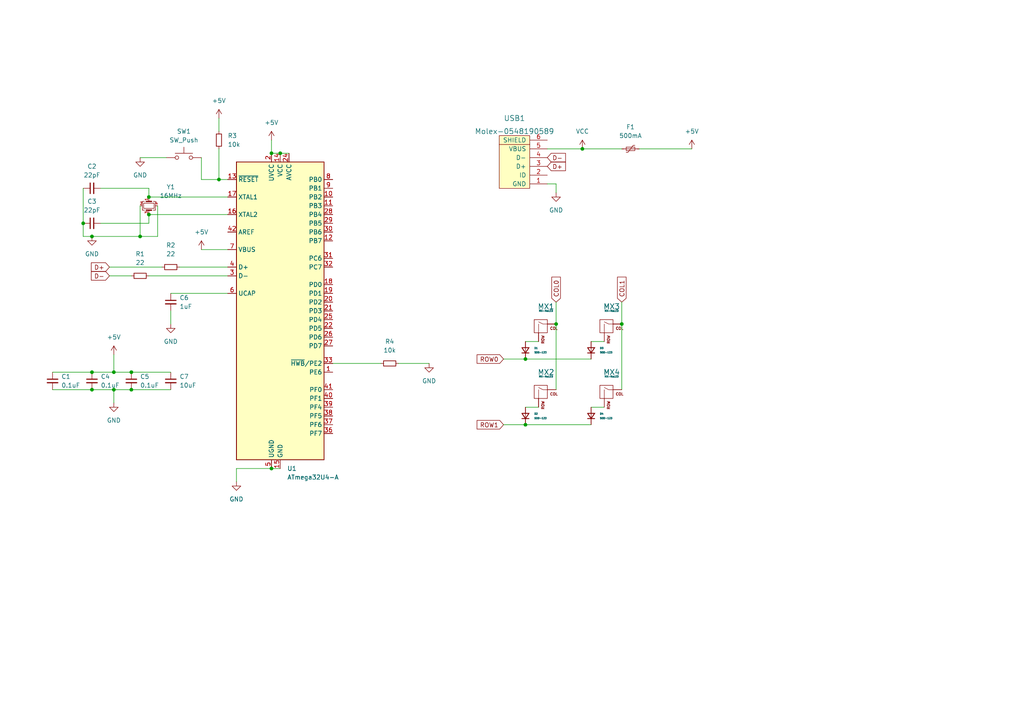
<source format=kicad_sch>
(kicad_sch (version 20211123) (generator eeschema)
  (paper "A4")
  (lib_symbols
    (symbol "Device:C_Small" (pin_numbers hide) (pin_names (offset 0.254) hide)
      (property "Reference" "C" (at 0.254 1.778 0))
      (property "Value" "C_Small" (at 0.254 -2.032 0))
      (symbol "C_Small_0_1"
        (polyline (pts (xy -1.524 -0.508) (xy 1.524 -0.508)) (stroke (width 0.3302)))
        (polyline (pts (xy -1.524 0.508) (xy 1.524 0.508)) (stroke (width 0.3048)))
      )
      (symbol "C_Small_1_1"
        (pin passive line (at 0 2.54 270) (length 2.032) (name "~") (number "1"))
        (pin passive line (at 0 -2.54 90) (length 2.032) (name "~") (number "2"))
      )
    )
    (symbol "Device:Crystal_GND24_Small" (pin_names (offset 1.016) hide)
      (property "Reference" "Y" (at 1.27 4.445 0))
      (property "Value" "Crystal_GND24_Small" (at 1.27 2.54 0))
      (symbol "Crystal_GND24_Small_0_1"
        (rectangle (start -0.762 -1.524) (end 0.762 1.524))
        (polyline (pts (xy -1.27 -0.762) (xy -1.27 0.762)) (stroke (width 0.381)))
        (polyline (pts (xy 1.27 -0.762) (xy 1.27 0.762)) (stroke (width 0.381)))
        (polyline (pts (xy -1.27 -1.27) (xy -1.27 -1.905) (xy 1.27 -1.905) (xy 1.27 -1.27)))
        (polyline (pts (xy -1.27 1.27) (xy -1.27 1.905) (xy 1.27 1.905) (xy 1.27 1.27)))
      )
      (symbol "Crystal_GND24_Small_1_1"
        (pin passive line (at -2.54 0 0) (length 1.27) (name "1") (number "1"))
        (pin passive line (at 0 -2.54 90) (length 0.635) (name "2") (number "2"))
        (pin passive line (at 2.54 0 180) (length 1.27) (name "3") (number "3"))
        (pin passive line (at 0 2.54 270) (length 0.635) (name "4") (number "4"))
      )
    )
    (symbol "Device:D_Small" (pin_numbers hide) (pin_names (offset 0.254) hide)
      (property "Reference" "D" (at -1.27 2.032 0))
      (property "Value" "D_Small" (at -3.81 -2.032 0))
      (symbol "D_Small_0_1"
        (polyline (pts (xy -0.762 -1.016) (xy -0.762 1.016)) (stroke (width 0.254)))
        (polyline (pts (xy -0.762 0) (xy 0.762 0)))
        (polyline (pts (xy 0.762 -1.016) (xy -0.762 0) (xy 0.762 1.016) (xy 0.762 -1.016)) (stroke (width 0.254)))
      )
      (symbol "D_Small_1_1"
        (pin passive line (at -2.54 0 0) (length 1.778) (name "K") (number "1"))
        (pin passive line (at 2.54 0 180) (length 1.778) (name "A") (number "2"))
      )
    )
    (symbol "Device:Polyfuse_Small" (pin_numbers hide) (pin_names (offset 0))
      (property "Reference" "F" (at -1.905 0 90))
      (property "Value" "Polyfuse_Small" (at 1.905 0 90))
      (symbol "Polyfuse_Small_0_1"
        (rectangle (start -0.508 1.27) (end 0.508 -1.27))
        (polyline (pts (xy 0 2.54) (xy 0 -2.54)))
        (polyline (pts (xy -1.016 1.27) (xy -1.016 0.762) (xy 1.016 -0.762) (xy 1.016 -1.27)))
      )
      (symbol "Polyfuse_Small_1_1"
        (pin passive line (at 0 2.54 270) (length 0.635) (name "~") (number "1"))
        (pin passive line (at 0 -2.54 90) (length 0.635) (name "~") (number "2"))
      )
    )
    (symbol "Device:R_Small" (pin_numbers hide) (pin_names (offset 0.254) hide)
      (property "Reference" "R" (at 0.762 0.508 0))
      (property "Value" "R_Small" (at 0.762 -1.016 0))
      (symbol "R_Small_0_1"
        (rectangle (start -0.762 1.778) (end 0.762 -1.778) (stroke (width 0.2032)))
      )
      (symbol "R_Small_1_1"
        (pin passive line (at 0 2.54 270) (length 0.762) (name "~") (number "1"))
        (pin passive line (at 0 -2.54 90) (length 0.762) (name "~") (number "2"))
      )
    )
    (symbol "MCU_Microchip_ATmega:ATmega32U4-A"
      (property "Reference" "U" (at -12.7 44.45 0))
      (property "Value" "ATmega32U4-A" (at 2.54 -44.45 0))
      (symbol "ATmega32U4-A_0_1"
        (rectangle (start -12.7 -43.18) (end 12.7 43.18) (stroke (width 0.254)) (fill (type background)))
      )
      (symbol "ATmega32U4-A_1_1"
        (pin bidirectional line (at 15.24 -17.78 180) (length 2.54) (name "PE6") (number "1"))
        (pin bidirectional line (at 15.24 33.02 180) (length 2.54) (name "PB2") (number "10"))
        (pin bidirectional line (at 15.24 30.48 180) (length 2.54) (name "PB3") (number "11"))
        (pin bidirectional line (at 15.24 20.32 180) (length 2.54) (name "PB7") (number "12"))
        (pin input line (at -15.24 38.1 0) (length 2.54) (name "~{RESET}") (number "13"))
        (pin power_in line (at 0 45.72 270) (length 2.54) (name "VCC") (number "14"))
        (pin power_in line (at 0 -45.72 90) (length 2.54) (name "GND") (number "15"))
        (pin output line (at -15.24 27.94 0) (length 2.54) (name "XTAL2") (number "16"))
        (pin input line (at -15.24 33.02 0) (length 2.54) (name "XTAL1") (number "17"))
        (pin bidirectional line (at 15.24 7.62 180) (length 2.54) (name "PD0") (number "18"))
        (pin bidirectional line (at 15.24 5.08 180) (length 2.54) (name "PD1") (number "19"))
        (pin power_in line (at -2.54 45.72 270) (length 2.54) (name "UVCC") (number "2"))
        (pin bidirectional line (at 15.24 2.54 180) (length 2.54) (name "PD2") (number "20"))
        (pin bidirectional line (at 15.24 0 180) (length 2.54) (name "PD3") (number "21"))
        (pin bidirectional line (at 15.24 -5.08 180) (length 2.54) (name "PD5") (number "22"))
        (pin passive line (at 0 -45.72 90) (length 2.54) hide (name "GND") (number "23"))
        (pin power_in line (at 2.54 45.72 270) (length 2.54) (name "AVCC") (number "24"))
        (pin bidirectional line (at 15.24 -2.54 180) (length 2.54) (name "PD4") (number "25"))
        (pin bidirectional line (at 15.24 -7.62 180) (length 2.54) (name "PD6") (number "26"))
        (pin bidirectional line (at 15.24 -10.16 180) (length 2.54) (name "PD7") (number "27"))
        (pin bidirectional line (at 15.24 27.94 180) (length 2.54) (name "PB4") (number "28"))
        (pin bidirectional line (at 15.24 25.4 180) (length 2.54) (name "PB5") (number "29"))
        (pin bidirectional line (at -15.24 10.16 0) (length 2.54) (name "D-") (number "3"))
        (pin bidirectional line (at 15.24 22.86 180) (length 2.54) (name "PB6") (number "30"))
        (pin bidirectional line (at 15.24 15.24 180) (length 2.54) (name "PC6") (number "31"))
        (pin bidirectional line (at 15.24 12.7 180) (length 2.54) (name "PC7") (number "32"))
        (pin bidirectional line (at 15.24 -15.24 180) (length 2.54) (name "~{HWB}/PE2") (number "33"))
        (pin passive line (at 0 45.72 270) (length 2.54) hide (name "VCC") (number "34"))
        (pin passive line (at 0 -45.72 90) (length 2.54) hide (name "GND") (number "35"))
        (pin bidirectional line (at 15.24 -35.56 180) (length 2.54) (name "PF7") (number "36"))
        (pin bidirectional line (at 15.24 -33.02 180) (length 2.54) (name "PF6") (number "37"))
        (pin bidirectional line (at 15.24 -30.48 180) (length 2.54) (name "PF5") (number "38"))
        (pin bidirectional line (at 15.24 -27.94 180) (length 2.54) (name "PF4") (number "39"))
        (pin bidirectional line (at -15.24 12.7 0) (length 2.54) (name "D+") (number "4"))
        (pin bidirectional line (at 15.24 -25.4 180) (length 2.54) (name "PF1") (number "40"))
        (pin bidirectional line (at 15.24 -22.86 180) (length 2.54) (name "PF0") (number "41"))
        (pin passive line (at -15.24 22.86 0) (length 2.54) (name "AREF") (number "42"))
        (pin passive line (at 0 -45.72 90) (length 2.54) hide (name "GND") (number "43"))
        (pin passive line (at 2.54 45.72 270) (length 2.54) hide (name "AVCC") (number "44"))
        (pin passive line (at -2.54 -45.72 90) (length 2.54) (name "UGND") (number "5"))
        (pin passive line (at -15.24 5.08 0) (length 2.54) (name "UCAP") (number "6"))
        (pin input line (at -15.24 17.78 0) (length 2.54) (name "VBUS") (number "7"))
        (pin bidirectional line (at 15.24 38.1 180) (length 2.54) (name "PB0") (number "8"))
        (pin bidirectional line (at 15.24 35.56 180) (length 2.54) (name "PB1") (number "9"))
      )
    )
    (symbol "MX_Alps_Hybrid:MX-NoLED" (pin_names (offset 1.016))
      (property "Reference" "MX" (at -0.635 3.81 0))
      (property "Value" "MX-NoLED" (at -0.635 1.27 0))
      (symbol "MX-NoLED_0_0"
        (rectangle (start -2.54 2.54) (end 1.27 -1.27))
        (polyline (pts (xy -1.27 -1.27) (xy -1.27 1.27)) (stroke (width 0.127)))
        (polyline (pts (xy 1.27 1.27) (xy 0 1.27) (xy -1.27 1.905)) (stroke (width 0.127)))
        (text "COL" (at 3.175 0 0) (effects (font (size 0.762 0.762))))
        (text "ROW" (at 0 -1.905 900) (effects (font (size 0.762 0.762)) (justify right)))
      )
      (symbol "MX-NoLED_1_1"
        (pin passive line (at 3.81 1.27 180) (length 2.54) (name "COL") (number "1"))
        (pin passive line (at -1.27 -3.81 90) (length 2.54) (name "ROW") (number "2"))
      )
    )
    (symbol "Switch:SW_Push" (pin_numbers hide) (pin_names (offset 1.016) hide)
      (property "Reference" "SW" (at 1.27 2.54 0))
      (property "Value" "SW_Push" (at 0 -1.524 0))
      (symbol "SW_Push_0_1"
        (circle (center -2.032 0) (radius 0.508))
        (polyline (pts (xy 0 1.27) (xy 0 3.048)))
        (polyline (pts (xy 2.54 1.27) (xy -2.54 1.27)))
        (circle (center 2.032 0) (radius 0.508))
        (pin passive line (at -5.08 0 0) (length 2.54) (name "1") (number "1"))
        (pin passive line (at 5.08 0 180) (length 2.54) (name "2") (number "2"))
      )
    )
    (symbol "power:+5V" (power) (pin_names (offset 0))
      (property "Value" "+5V" (at 0 3.556 0))
      (symbol "+5V_0_1"
        (polyline (pts (xy -0.762 1.27) (xy 0 2.54)))
        (polyline (pts (xy 0 0) (xy 0 2.54)))
        (polyline (pts (xy 0 2.54) (xy 0.762 1.27)))
      )
      (symbol "+5V_1_1"
        (pin power_in line (at 0 0 90) (length 0) hide (name "+5V") (number "1"))
      )
    )
    (symbol "power:GND" (power) (pin_names (offset 0))
      (property "Value" "GND" (at 0 -3.81 0))
      (symbol "GND_0_1"
        (polyline (pts (xy 0 0) (xy 0 -1.27) (xy 1.27 -1.27) (xy 0 -2.54) (xy -1.27 -1.27) (xy 0 -1.27)))
      )
      (symbol "GND_1_1"
        (pin power_in line (at 0 0 270) (length 0) hide (name "GND") (number "1"))
      )
    )
    (symbol "power:VCC" (power) (pin_names (offset 0))
      (property "Value" "VCC" (at 0 3.81 0))
      (symbol "VCC_0_1"
        (polyline (pts (xy -0.762 1.27) (xy 0 2.54)))
        (polyline (pts (xy 0 0) (xy 0 2.54)))
        (polyline (pts (xy 0 2.54) (xy 0.762 1.27)))
      )
      (symbol "VCC_1_1"
        (pin power_in line (at 0 0 90) (length 0) hide (name "VCC") (number "1"))
      )
    )
    (symbol "random-keyboard-parts:Molex-0548190589" (pin_names (offset 1.016))
      (property "Reference" "USB" (at 0 7.62 0))
      (property "Value" "Molex-0548190589" (at 0 10.16 0))
      (symbol "Molex-0548190589_0_0"
        (polyline (pts (xy 6.35 -2.54) (xy 6.35 6.35)))
        (rectangle (start 8.89 -2.54) (end -6.35 6.35) (fill (type background)))
      )
      (symbol "Molex-0548190589_1_1"
        (pin input line (at -5.08 -7.62 90) (length 5.08) (name "GND") (number "1"))
        (pin input line (at -2.54 -7.62 90) (length 5.08) (name "ID") (number "2"))
        (pin input line (at 0 -7.62 90) (length 5.08) (name "D+") (number "3"))
        (pin input line (at 2.54 -7.62 90) (length 5.08) (name "D-") (number "4"))
        (pin input line (at 5.08 -7.62 90) (length 5.08) (name "VBUS") (number "5"))
        (pin input line (at 7.62 -7.62 90) (length 5.08) (name "SHIELD") (number "6"))
      )
    )
  )
  (junction (at 180.34 93.98))
  (junction (at 43.18 62.23))
  (junction (at 33.02 107.95))
  (junction (at 161.29 93.98))
  (junction (at 63.5 52.07))
  (junction (at 26.67 113.03))
  (junction (at 38.1 113.03))
  (junction (at 152.4 123.19))
  (junction (at 24.13 64.77))
  (junction (at 81.28 44.45))
  (junction (at 43.18 57.15))
  (junction (at 40.64 68.58))
  (junction (at 26.67 107.95))
  (junction (at 152.4 104.14))
  (junction (at 33.02 113.03))
  (junction (at 26.67 68.58))
  (junction (at 78.74 44.45))
  (junction (at 78.74 135.89))
  (junction (at 168.91 43.18))
  (junction (at 38.1 107.95))
  (wire (pts (xy 29.21 54.61) (xy 43.18 54.61)))
  (wire (pts (xy 68.58 135.89) (xy 68.58 139.7)))
  (wire (pts (xy 24.13 64.77) (xy 24.13 68.58)))
  (wire (pts (xy 40.64 68.58) (xy 45.72 68.58)))
  (wire (pts (xy 180.34 87.63) (xy 180.34 93.98)))
  (wire (pts (xy 26.67 113.03) (xy 33.02 113.03)))
  (wire (pts (xy 15.24 113.03) (xy 26.67 113.03)))
  (wire (pts (xy 24.13 54.61) (xy 24.13 64.77)))
  (wire (pts (xy 115.57 105.41) (xy 124.46 105.41)))
  (wire (pts (xy 152.4 104.14) (xy 171.45 104.14)))
  (wire (pts (xy 83.82 44.45) (xy 81.28 44.45)))
  (wire (pts (xy 78.74 135.89) (xy 68.58 135.89)))
  (wire (pts (xy 81.28 135.89) (xy 78.74 135.89)))
  (wire (pts (xy 81.28 44.45) (xy 78.74 44.45)))
  (wire (pts (xy 66.04 52.07) (xy 63.5 52.07)))
  (wire (pts (xy 33.02 107.95) (xy 38.1 107.95)))
  (wire (pts (xy 24.13 68.58) (xy 26.67 68.58)))
  (wire (pts (xy 185.42 43.18) (xy 200.66 43.18)))
  (wire (pts (xy 40.64 45.72) (xy 48.26 45.72)))
  (wire (pts (xy 43.18 64.77) (xy 43.18 62.23)))
  (wire (pts (xy 158.75 43.18) (xy 168.91 43.18)))
  (wire (pts (xy 171.45 118.11) (xy 175.26 118.11)))
  (wire (pts (xy 96.52 105.41) (xy 110.49 105.41)))
  (wire (pts (xy 52.07 77.47) (xy 66.04 77.47)))
  (wire (pts (xy 161.29 93.98) (xy 161.29 113.03)))
  (wire (pts (xy 152.4 99.06) (xy 156.21 99.06)))
  (wire (pts (xy 49.53 113.03) (xy 38.1 113.03)))
  (wire (pts (xy 63.5 52.07) (xy 58.42 52.07)))
  (wire (pts (xy 33.02 107.95) (xy 33.02 102.87)))
  (wire (pts (xy 31.75 80.01) (xy 38.1 80.01)))
  (wire (pts (xy 43.18 57.15) (xy 66.04 57.15)))
  (wire (pts (xy 171.45 99.06) (xy 175.26 99.06)))
  (wire (pts (xy 26.67 68.58) (xy 40.64 68.58)))
  (wire (pts (xy 146.05 123.19) (xy 152.4 123.19)))
  (wire (pts (xy 180.34 93.98) (xy 180.34 113.03)))
  (wire (pts (xy 158.75 53.34) (xy 161.29 53.34)))
  (wire (pts (xy 161.29 53.34) (xy 161.29 55.88)))
  (wire (pts (xy 152.4 118.11) (xy 156.21 118.11)))
  (wire (pts (xy 45.72 59.69) (xy 45.72 68.58)))
  (wire (pts (xy 49.53 90.17) (xy 49.53 93.98)))
  (wire (pts (xy 43.18 62.23) (xy 66.04 62.23)))
  (wire (pts (xy 33.02 113.03) (xy 33.02 116.84)))
  (wire (pts (xy 146.05 104.14) (xy 152.4 104.14)))
  (wire (pts (xy 26.67 107.95) (xy 33.02 107.95)))
  (wire (pts (xy 29.21 64.77) (xy 43.18 64.77)))
  (wire (pts (xy 58.42 52.07) (xy 58.42 45.72)))
  (wire (pts (xy 15.24 107.95) (xy 26.67 107.95)))
  (wire (pts (xy 63.5 34.29) (xy 63.5 38.1)))
  (wire (pts (xy 43.18 80.01) (xy 66.04 80.01)))
  (wire (pts (xy 161.29 87.63) (xy 161.29 93.98)))
  (wire (pts (xy 58.42 72.39) (xy 66.04 72.39)))
  (wire (pts (xy 40.64 59.69) (xy 40.64 68.58)))
  (wire (pts (xy 43.18 54.61) (xy 43.18 57.15)))
  (wire (pts (xy 31.75 77.47) (xy 46.99 77.47)))
  (wire (pts (xy 168.91 43.18) (xy 180.34 43.18)))
  (wire (pts (xy 78.74 44.45) (xy 78.74 40.64)))
  (wire (pts (xy 66.04 85.09) (xy 49.53 85.09)))
  (wire (pts (xy 63.5 43.18) (xy 63.5 52.07)))
  (wire (pts (xy 38.1 113.03) (xy 33.02 113.03)))
  (wire (pts (xy 152.4 123.19) (xy 171.45 123.19)))
  (wire (pts (xy 49.53 107.95) (xy 38.1 107.95)))
  (global_label "ROW1" (shape input) (at 146.05 123.19 180) (property "Intersheet References" "${INTERSHEET_REFS}" (effects hide)))
  (global_label "D+" (shape input) (at 31.75 77.47 180) (property "Intersheet References" "${INTERSHEET_REFS}" (effects hide)))
  (global_label "COL0" (shape input) (at 161.29 87.63 90) (property "Intersheet References" "${INTERSHEET_REFS}" (effects hide)))
  (global_label "ROW0" (shape input) (at 146.05 104.14 180) (property "Intersheet References" "${INTERSHEET_REFS}" (effects hide)))
  (global_label "D-" (shape input) (at 158.75 45.72 0) (property "Intersheet References" "${INTERSHEET_REFS}" (effects hide)))
  (global_label "COL1" (shape input) (at 180.34 87.63 90) (property "Intersheet References" "${INTERSHEET_REFS}" (effects hide)))
  (global_label "D-" (shape input) (at 31.75 80.01 180) (property "Intersheet References" "${INTERSHEET_REFS}" (effects hide)))
  (global_label "D+" (shape input) (at 158.75 48.26 0) (property "Intersheet References" "${INTERSHEET_REFS}" (effects hide)))
  (symbol (lib_id "power:+5V") (at 58.42 72.39 0) (unit 1)
    (property "Reference" "#PWR0108" (effects hide))
    (property "Value" "+5V" (at 58.42 67.31 0))
  )
  (symbol (lib_id "Device:D_Small") (at 152.4 101.6 90) (unit 1)
    (property "Reference" "D1" (at 154.94 100.965 90) (effects (font (size 0.5 0.5)) (justify right)))
    (property "Value" "SOD-123" (at 154.94 102.235 90) (effects (font (size 0.5 0.5)) (justify right)))
    (property "Footprint" "Diode_SMD:D_SOD-123" (effects hide))
  )
  (symbol (lib_id "power:+5V") (at 78.74 40.64 0) (unit 1)
    (property "Reference" "#PWR0109" (effects hide))
    (property "Value" "+5V" (at 78.74 35.56 0))
  )
  (symbol (lib_id "random-keyboard-parts:Molex-0548190589") (at 151.13 48.26 90) (unit 1)
    (property "Reference" "USB1" (at 149.225 34.29 90) (effects (font (size 1.524 1.524))))
    (property "Value" "Molex-0548190589" (at 149.225 38.1 90) (effects (font (size 1.524 1.524))))
    (property "Footprint" "random-keyboard-parts:Molex-0548190589" (effects hide))
  )
  (symbol (lib_id "MX_Alps_Hybrid:MX-NoLED") (at 176.53 114.3 0) (unit 1)
    (property "Reference" "MX4" (at 177.4156 107.95 0) (effects (font (size 1.524 1.524))))
    (property "Value" "MX-NoLED" (at 177.4156 109.22 0) (effects (font (size 0.508 0.508))))
    (property "Footprint" "MX_Alps_Hybrid:MX-1U-NoLED" (effects hide))
  )
  (symbol (lib_id "Device:R_Small") (at 40.64 80.01 90) (unit 1)
    (property "Reference" "R1" (at 40.64 73.66 90))
    (property "Value" "22" (at 40.64 76.2 90))
    (property "Footprint" "Resistor_SMD:R_0805_2012Metric" (effects hide))
  )
  (symbol (lib_id "Device:R_Small") (at 63.5 40.64 0) (unit 1)
    (property "Reference" "R3" (at 66.04 39.3699 0) (effects (justify left)))
    (property "Value" "10k" (at 66.04 41.9099 0) (effects (justify left)))
    (property "Footprint" "Resistor_SMD:R_0805_2012Metric" (effects hide))
  )
  (symbol (lib_id "power:GND") (at 161.29 55.88 0) (unit 1)
    (property "Reference" "#PWR0111" (effects hide))
    (property "Value" "GND" (at 161.29 60.96 0))
  )
  (symbol (lib_id "Device:R_Small") (at 113.03 105.41 90) (unit 1)
    (property "Reference" "R4" (at 113.03 99.06 90))
    (property "Value" "10k" (at 113.03 101.6 90))
    (property "Footprint" "Resistor_SMD:R_0805_2012Metric" (effects hide))
  )
  (symbol (lib_id "power:+5V") (at 33.02 102.87 0) (unit 1)
    (property "Reference" "#PWR0103" (effects hide))
    (property "Value" "+5V" (at 33.02 97.79 0))
  )
  (symbol (lib_id "power:GND") (at 68.58 139.7 0) (unit 1)
    (property "Reference" "#PWR0105" (effects hide))
    (property "Value" "GND" (at 68.58 144.78 0))
  )
  (symbol (lib_id "power:+5V") (at 200.66 43.18 0) (unit 1)
    (property "Reference" "#PWR0113" (effects hide))
    (property "Value" "+5V" (at 200.66 38.1 0))
  )
  (symbol (lib_id "power:VCC") (at 168.91 43.18 0) (unit 1)
    (property "Reference" "#PWR0112" (effects hide))
    (property "Value" "VCC" (at 168.91 38.1 0))
  )
  (symbol (lib_id "Switch:SW_Push") (at 53.34 45.72 0) (unit 1)
    (property "Reference" "SW1" (at 53.34 38.1 0))
    (property "Value" "SW_Push" (at 53.34 40.64 0))
    (property "Footprint" "random-keyboard-parts:SKQG-1155865" (effects hide))
  )
  (symbol (lib_id "Device:D_Small") (at 171.45 120.65 90) (unit 1)
    (property "Reference" "D4" (at 173.99 120.015 90) (effects (font (size 0.5 0.5)) (justify right)))
    (property "Value" "SOD-123" (at 173.99 121.285 90) (effects (font (size 0.5 0.5)) (justify right)))
    (property "Footprint" "Diode_SMD:D_SOD-123" (effects hide))
  )
  (symbol (lib_id "Device:C_Small") (at 49.53 87.63 0) (unit 1)
    (property "Reference" "C6" (at 52.07 86.3662 0) (effects (justify left)))
    (property "Value" "1uF" (at 52.07 88.9062 0) (effects (justify left)))
    (property "Footprint" "Capacitor_SMD:C_0805_2012Metric" (effects hide))
  )
  (symbol (lib_id "power:GND") (at 49.53 93.98 0) (unit 1)
    (property "Reference" "#PWR0106" (effects hide))
    (property "Value" "GND" (at 49.53 99.06 0))
  )
  (symbol (lib_id "Device:C_Small") (at 15.24 110.49 0) (unit 1)
    (property "Reference" "C1" (at 17.78 109.2262 0) (effects (justify left)))
    (property "Value" "0.1uF" (at 17.78 111.7662 0) (effects (justify left)))
    (property "Footprint" "Capacitor_SMD:C_0805_2012Metric" (effects hide))
  )
  (symbol (lib_id "Device:C_Small") (at 38.1 110.49 0) (unit 1)
    (property "Reference" "C5" (at 40.64 109.2262 0) (effects (justify left)))
    (property "Value" "0.1uF" (at 40.64 111.7662 0) (effects (justify left)))
    (property "Footprint" "Capacitor_SMD:C_0805_2012Metric" (effects hide))
  )
  (symbol (lib_id "MX_Alps_Hybrid:MX-NoLED") (at 157.48 95.25 0) (unit 1)
    (property "Reference" "MX1" (at 158.3656 88.9 0) (effects (font (size 1.524 1.524))))
    (property "Value" "MX-NoLED" (at 158.3656 90.17 0) (effects (font (size 0.508 0.508))))
    (property "Footprint" "MX_Alps_Hybrid:MX-1U-NoLED" (effects hide))
  )
  (symbol (lib_id "power:+5V") (at 63.5 34.29 0) (unit 1)
    (property "Reference" "#PWR0110" (effects hide))
    (property "Value" "+5V" (at 63.5 29.21 0))
  )
  (symbol (lib_id "MCU_Microchip_ATmega:ATmega32U4-A") (at 81.28 90.17 0) (unit 1)
    (property "Reference" "U1" (at 83.2994 135.89 0) (effects (justify left)))
    (property "Value" "ATmega32U4-A" (at 83.2994 138.43 0) (effects (justify left)))
    (property "Footprint" "Package_QFP:TQFP-44_10x10mm_P0.8mm" (effects hide))
    (property "Datasheet" "http://ww1.microchip.com/downloads/en/DeviceDoc/Atmel-7766-8-bit-AVR-ATmega16U4-32U4_Datasheet.pdf" (effects hide))
  )
  (symbol (lib_id "Device:C_Small") (at 49.53 110.49 0) (unit 1)
    (property "Reference" "C7" (at 52.07 109.2262 0) (effects (justify left)))
    (property "Value" "10uF" (at 52.07 111.7662 0) (effects (justify left)))
    (property "Footprint" "Capacitor_SMD:C_0805_2012Metric" (effects hide))
  )
  (symbol (lib_id "power:GND") (at 124.46 105.41 0) (unit 1)
    (property "Reference" "#PWR0107" (effects hide))
    (property "Value" "GND" (at 124.46 110.49 0))
  )
  (symbol (lib_id "power:GND") (at 40.64 45.72 0) (unit 1)
    (property "Reference" "#PWR0101" (effects hide))
    (property "Value" "GND" (at 40.64 50.8 0))
  )
  (symbol (lib_id "Device:Polyfuse_Small") (at 182.88 43.18 90) (unit 1)
    (property "Reference" "F1" (at 182.88 36.83 90))
    (property "Value" "500mA" (at 182.88 39.37 90))
    (property "Footprint" "Fuse:Fuse_1206_3216Metric" (effects hide))
  )
  (symbol (lib_id "Device:C_Small") (at 26.67 110.49 0) (unit 1)
    (property "Reference" "C4" (at 29.21 109.2262 0) (effects (justify left)))
    (property "Value" "0.1uF" (at 29.21 111.7662 0) (effects (justify left)))
    (property "Footprint" "Capacitor_SMD:C_0805_2012Metric" (effects hide))
  )
  (symbol (lib_id "power:GND") (at 26.67 68.58 0) (unit 1)
    (property "Reference" "#PWR0102" (effects hide))
    (property "Value" "GND" (at 26.67 73.66 0))
  )
  (symbol (lib_id "Device:R_Small") (at 49.53 77.47 90) (unit 1)
    (property "Reference" "R2" (at 49.53 71.12 90))
    (property "Value" "22" (at 49.53 73.66 90))
    (property "Footprint" "Resistor_SMD:R_0805_2012Metric" (effects hide))
  )
  (symbol (lib_id "Device:Crystal_GND24_Small") (at 43.18 59.69 270) (unit 1)
    (property "Reference" "Y1" (at 49.53 54.2288 90))
    (property "Value" "16MHz" (at 49.53 56.7688 90))
    (property "Footprint" "Crystal:Crystal_SMD_3225-4Pin_3.2x2.5mm" (effects hide))
  )
  (symbol (lib_id "Device:D_Small") (at 171.45 101.6 90) (unit 1)
    (property "Reference" "D3" (at 173.99 100.965 90) (effects (font (size 0.5 0.5)) (justify right)))
    (property "Value" "SOD-123" (at 173.99 102.235 90) (effects (font (size 0.5 0.5)) (justify right)))
    (property "Footprint" "Diode_SMD:D_SOD-123" (effects hide))
  )
  (symbol (lib_id "power:GND") (at 33.02 116.84 0) (unit 1)
    (property "Reference" "#PWR0104" (effects hide))
    (property "Value" "GND" (at 33.02 121.92 0))
  )
  (symbol (lib_id "Device:C_Small") (at 26.67 54.61 90) (unit 1)
    (property "Reference" "C2" (at 26.6763 48.26 90))
    (property "Value" "22pF" (at 26.6763 50.8 90))
    (property "Footprint" "Capacitor_SMD:C_0805_2012Metric" (effects hide))
  )
  (symbol (lib_id "Device:C_Small") (at 26.67 64.77 90) (unit 1)
    (property "Reference" "C3" (at 26.6763 58.42 90))
    (property "Value" "22pF" (at 26.6763 60.96 90))
    (property "Footprint" "Capacitor_SMD:C_0805_2012Metric" (effects hide))
  )
  (symbol (lib_id "Device:D_Small") (at 152.4 120.65 90) (unit 1)
    (property "Reference" "D2" (at 154.94 120.015 90) (effects (font (size 0.5 0.5)) (justify right)))
    (property "Value" "SOD-123" (at 154.94 121.285 90) (effects (font (size 0.5 0.5)) (justify right)))
    (property "Footprint" "Diode_SMD:D_SOD-123" (effects hide))
  )
  (symbol (lib_id "MX_Alps_Hybrid:MX-NoLED") (at 157.48 114.3 0) (unit 1)
    (property "Reference" "MX2" (at 158.3656 107.95 0) (effects (font (size 1.524 1.524))))
    (property "Value" "MX-NoLED" (at 158.3656 109.22 0) (effects (font (size 0.508 0.508))))
    (property "Footprint" "MX_Alps_Hybrid:MX-1U-NoLED" (effects hide))
  )
  (symbol (lib_id "MX_Alps_Hybrid:MX-NoLED") (at 176.53 95.25 0) (unit 1)
    (property "Reference" "MX3" (at 177.4156 88.9 0) (effects (font (size 1.524 1.524))))
    (property "Value" "MX-NoLED" (at 177.4156 90.17 0) (effects (font (size 0.508 0.508))))
    (property "Footprint" "MX_Alps_Hybrid:MX-1U-NoLED" (effects hide))
  )
)
</source>
